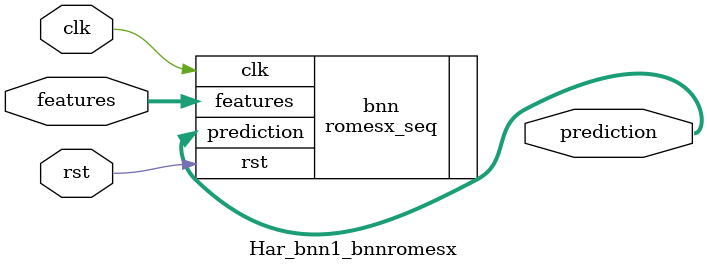
<source format=v>













module Har_bnn1_bnnromesx #(

parameter FEAT_CNT = 12,
parameter HIDDEN_CNT = 40,
parameter FEAT_BITS = 4,
parameter CLASS_CNT = 6,
parameter TEST_CNT = 1000


  ) (
  input clk,
  input rst,
  input [FEAT_CNT*FEAT_BITS-1:0] features,
  output [$clog2(CLASS_CNT)-1:0] prediction
  );

  localparam Weights0 = 480'b010011011001001100101101110001110010101011110010111001110001101001101010010011110101100110000101000100000111110100000001101110101101000110000001100100000001110000111111100111001110011001111010101000111100000011110011111011101000100111100110001101001001000110110111001011101011010111110100111000111100000011000000000100101111000110010101011010001100110101000100110101010101111011111000111000010110111000110001001110000010001100000101000000100100011000001101111001100001101000111001 ;
  localparam Weights1 = 240'b111001111101100000101111100101100010100011010110111111001010010101011010011101001110011111011110001101011100001000101010010101000110011010101101110010110100110101111111011000000011000110001111110000010111001001000101000010011100001111000100 ;

  romesx_seq #(.FEAT_CNT(FEAT_CNT),.FEAT_BITS(FEAT_BITS),.HIDDEN_CNT(HIDDEN_CNT),.CLASS_CNT(CLASS_CNT),.Weights0(Weights0),.Weights1(Weights1)) bnn (
    .clk(clk),
    .rst(rst),
    .features(features),
    .prediction(prediction)
  );

endmodule

</source>
